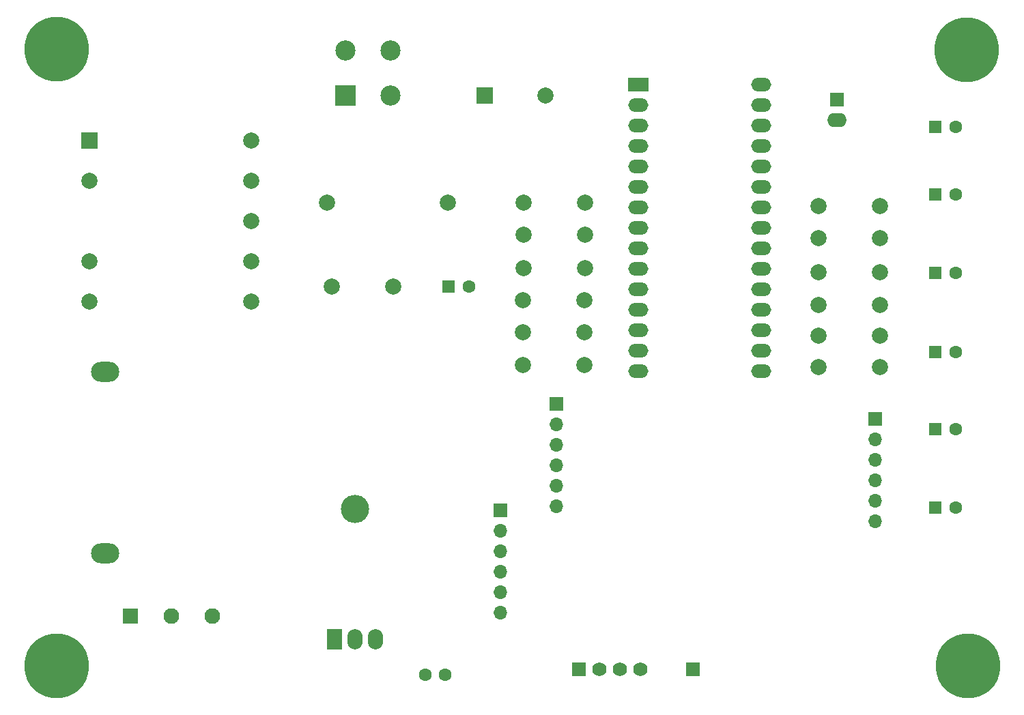
<source format=gbr>
%TF.GenerationSoftware,KiCad,Pcbnew,(5.1.8)-1*%
%TF.CreationDate,2021-12-10T09:08:06+01:00*%
%TF.ProjectId,Schema_Commande_Chacon_54650TX_V2,53636865-6d61-45f4-936f-6d6d616e6465,rev?*%
%TF.SameCoordinates,Original*%
%TF.FileFunction,Soldermask,Bot*%
%TF.FilePolarity,Negative*%
%FSLAX46Y46*%
G04 Gerber Fmt 4.6, Leading zero omitted, Abs format (unit mm)*
G04 Created by KiCad (PCBNEW (5.1.8)-1) date 2021-12-10 09:08:06*
%MOMM*%
%LPD*%
G01*
G04 APERTURE LIST*
%ADD10C,8.000000*%
%ADD11O,1.900000X2.500000*%
%ADD12R,1.900000X2.500000*%
%ADD13O,3.500000X3.500000*%
%ADD14C,2.000000*%
%ADD15O,3.500000X2.500000*%
%ADD16R,2.000000X2.000000*%
%ADD17C,1.600000*%
%ADD18C,2.500000*%
%ADD19R,2.500000X2.500000*%
%ADD20R,1.600000X1.600000*%
%ADD21R,2.500000X1.700000*%
%ADD22O,2.500000X1.700000*%
%ADD23C,1.760000*%
%ADD24R,1.760000X1.760000*%
%ADD25O,2.400000X1.760000*%
%ADD26R,1.950000X1.950000*%
%ADD27C,1.950000*%
%ADD28R,1.700000X1.700000*%
%ADD29O,1.700000X1.700000*%
G04 APERTURE END LIST*
D10*
%TO.C,3\u002C5mm*%
X44300000Y-120960000D03*
%TD*%
%TO.C,3\u002C5mm*%
X44300000Y-44460000D03*
%TD*%
%TO.C,3\u002C5mm*%
X157300000Y-120960000D03*
%TD*%
%TO.C,3\u002C5mm*%
X157140000Y-44510000D03*
%TD*%
D11*
%TO.C,U1*%
X83840000Y-117710000D03*
X81300000Y-117710000D03*
D12*
X78760000Y-117710000D03*
D13*
X81300000Y-101510000D03*
%TD*%
D14*
%TO.C,C2*%
X77800000Y-63500000D03*
X92800000Y-63500000D03*
%TD*%
D15*
%TO.C,F1*%
X50300000Y-84500000D03*
X50300000Y-107000000D03*
%TD*%
D16*
%TO.C,C1*%
X97400000Y-50200000D03*
D14*
X104900000Y-50200000D03*
%TD*%
D17*
%TO.C,C3*%
X92500000Y-122100000D03*
X90000000Y-122100000D03*
%TD*%
D18*
%TO.C,D1*%
X85700000Y-44600000D03*
D19*
X80100000Y-50200000D03*
D18*
X85700000Y-50200000D03*
X80100000Y-44600000D03*
%TD*%
D20*
%TO.C,D2*%
X92900000Y-73900000D03*
D17*
X95440000Y-73900000D03*
%TD*%
D20*
%TO.C,D3*%
X153300000Y-101300000D03*
D17*
X155840000Y-101300000D03*
%TD*%
%TO.C,D4*%
X155840000Y-91600000D03*
D20*
X153300000Y-91600000D03*
%TD*%
%TO.C,D5*%
X153300000Y-82000000D03*
D17*
X155840000Y-82000000D03*
%TD*%
%TO.C,D6*%
X155840000Y-72200000D03*
D20*
X153300000Y-72200000D03*
%TD*%
%TO.C,D7*%
X153300000Y-62500000D03*
D17*
X155840000Y-62500000D03*
%TD*%
%TO.C,D8*%
X155840000Y-54100000D03*
D20*
X153300000Y-54100000D03*
%TD*%
D14*
%TO.C,R1*%
X78400000Y-73900000D03*
X86020000Y-73900000D03*
%TD*%
%TO.C,R2*%
X102200000Y-63500000D03*
X109820000Y-63500000D03*
%TD*%
%TO.C,R3*%
X102200000Y-67500000D03*
X109820000Y-67500000D03*
%TD*%
%TO.C,R4*%
X109820000Y-71600000D03*
X102200000Y-71600000D03*
%TD*%
%TO.C,R5*%
X102100000Y-75600000D03*
X109720000Y-75600000D03*
%TD*%
%TO.C,R6*%
X109720000Y-79600000D03*
X102100000Y-79600000D03*
%TD*%
%TO.C,R7*%
X109720000Y-83600000D03*
X102100000Y-83600000D03*
%TD*%
%TO.C,R8*%
X138800000Y-83900000D03*
X146420000Y-83900000D03*
%TD*%
%TO.C,R9*%
X146420000Y-80000000D03*
X138800000Y-80000000D03*
%TD*%
%TO.C,R10*%
X146420000Y-76200000D03*
X138800000Y-76200000D03*
%TD*%
%TO.C,R11*%
X138800000Y-72100000D03*
X146420000Y-72100000D03*
%TD*%
%TO.C,R12*%
X146420000Y-67900000D03*
X138800000Y-67900000D03*
%TD*%
%TO.C,R13*%
X138800000Y-63900000D03*
X146420000Y-63900000D03*
%TD*%
D21*
%TO.C,U2*%
X116400000Y-48800000D03*
D22*
X131640000Y-81820000D03*
X116400000Y-51340000D03*
X131640000Y-79280000D03*
X116400000Y-53880000D03*
X131640000Y-76740000D03*
X116400000Y-56420000D03*
X131640000Y-74200000D03*
X116400000Y-58960000D03*
X131640000Y-71660000D03*
X116400000Y-61500000D03*
X131640000Y-69120000D03*
X116400000Y-64040000D03*
X131640000Y-66580000D03*
X116400000Y-66580000D03*
X131640000Y-64040000D03*
X116400000Y-69120000D03*
X131640000Y-61500000D03*
X116400000Y-71660000D03*
X131640000Y-58960000D03*
X116400000Y-74200000D03*
X131640000Y-56420000D03*
X116400000Y-76740000D03*
X131640000Y-53880000D03*
X116400000Y-79280000D03*
X131640000Y-51340000D03*
X116400000Y-81820000D03*
X131640000Y-48800000D03*
X116400000Y-84360000D03*
X131640000Y-84360000D03*
%TD*%
D23*
%TO.C,U3*%
X116710000Y-121410000D03*
X114170000Y-121410000D03*
X111630000Y-121410000D03*
D24*
X109090000Y-121410000D03*
%TD*%
%TO.C,J5*%
X141100000Y-50700000D03*
D25*
X141100000Y-53240000D03*
%TD*%
D26*
%TO.C,J1*%
X53420000Y-114800000D03*
D27*
X58500000Y-114800000D03*
X63580000Y-114800000D03*
%TD*%
D16*
%TO.C,TR1*%
X48400000Y-55800000D03*
D14*
X48400000Y-60800000D03*
X48400000Y-70800000D03*
X48400000Y-75800000D03*
X68400000Y-75800000D03*
X68400000Y-70800000D03*
X68400000Y-65800000D03*
X68400000Y-60800000D03*
X68400000Y-55800000D03*
%TD*%
D28*
%TO.C,J2*%
X99300000Y-101710000D03*
D29*
X99300000Y-104250000D03*
X99300000Y-106790000D03*
X99300000Y-109330000D03*
X99300000Y-111870000D03*
X99300000Y-114410000D03*
%TD*%
D28*
%TO.C,J3*%
X106300000Y-88500000D03*
D29*
X106300000Y-91040000D03*
X106300000Y-93580000D03*
X106300000Y-96120000D03*
X106300000Y-98660000D03*
X106300000Y-101200000D03*
%TD*%
%TO.C,J4*%
X145800000Y-103000000D03*
X145800000Y-100460000D03*
X145800000Y-97920000D03*
X145800000Y-95380000D03*
X145800000Y-92840000D03*
D28*
X145800000Y-90300000D03*
%TD*%
D24*
%TO.C,J6*%
X123200000Y-121400000D03*
%TD*%
M02*

</source>
